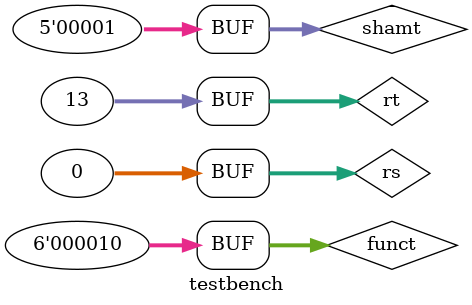
<source format=v>
module testbench;

// input and output test signals
reg [31:0] rs, rt; 
reg [4:0] shamt;
reg [5:0] funct;

wire [31:0] rd;

// creating the instance of the module we want to test
ex1 ex1(rs, rt, shamt, funct, rd);

initial
begin
rs = 32'b00000000000000000000000000000000;
rt = 32'b00000000000000000000000000000001;
funct = 6'b100000; //add
#5; // pause (5 units of delay)
rs = 32'b00000000000000000000000000000111;
rt = 32'b00000000000000000000000000000011;
funct = 6'b100010; //subtract
#5;
rt = 32'b00000000000000000000000000001000;
shamt = 5'b00010; // shift amount
funct = 6'b000010; //shift right logical
#5
rs = 32'b00000000000000000000000000001011;
rt = 32'b00000000000000000000000000000001;
funct = 6'b100000; //add
#5
rs = 32'b00000000000000000000000000000000;
rt = 32'b00000000000000000000000000000001;
funct = 6'b100010; //subtract
#5;
rt = 32'b00000000000000000000000000001101;
shamt = 5'b00001; // shift amount
funct = 6'b000010; //shift right logical
end

// print signal values on every change
initial
$monitor("rs = %b rt = %b shamt = %b funct = %b rd = %b", rs, rt, shamt, funct, rd);

initial
$dumpvars;

endmodule
</source>
